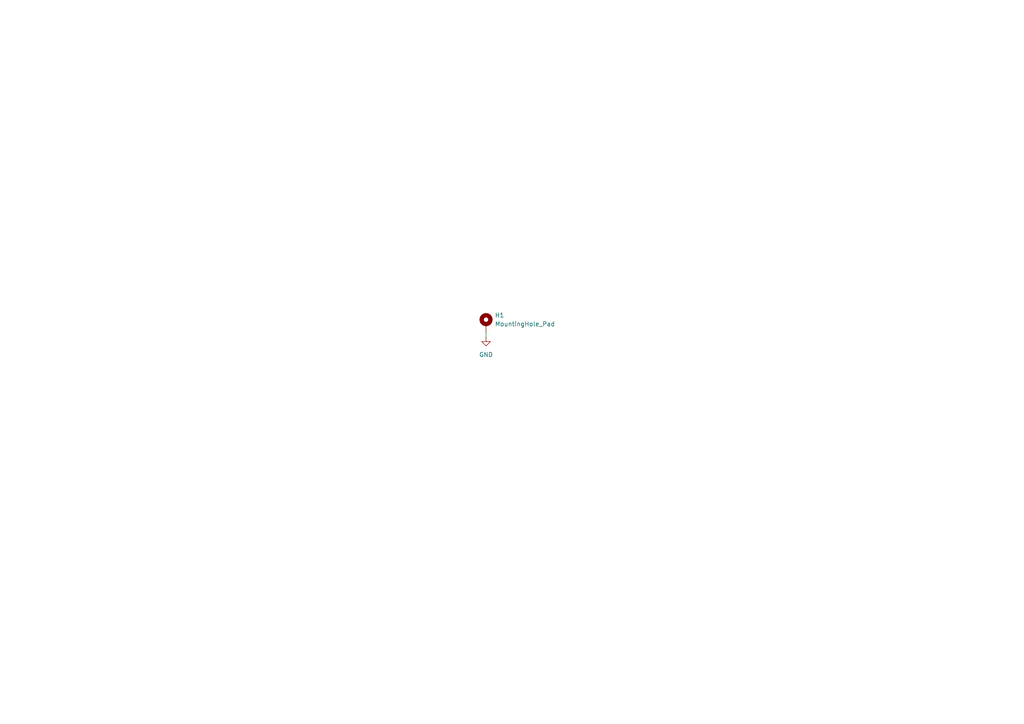
<source format=kicad_sch>
(kicad_sch (version 20250114) (generator "eeschema") (generator_version "9.0")
  (paper "A4")
  (lib_symbols
    (symbol "Mechanical:MountingHole_Pad" (pin_numbers (hide yes)) (pin_names (offset 1.016) (hide yes)) (in_bom no)
      (property "Reference" "H" (at 0 6.35 0))
      (property "Value" "MountingHole_Pad" (at 0 4.445 0))
      (symbol "MountingHole_Pad_0_1"
        (circle (center 0 1.27) (radius 1.27) (stroke (width 1.27)))
      )
      (symbol "MountingHole_Pad_1_1"
        (pin input line (at 0 -2.54 90) (length 2.54) (name "1") (number "1"))
      )
    )
    (symbol "power:GND" (power) (pin_numbers (hide yes)) (pin_names (offset 0) (hide yes))
      (property "Value" "GND" (at 0 -3.81 0))
      (symbol "GND_0_1"
        (polyline (pts (xy 0 0) (xy 0 -1.27) (xy 1.27 -1.27) (xy 0 -2.54) (xy -1.27 -1.27) (xy 0 -1.27)))
      )
      (symbol "GND_1_1"
        (pin power_in line (at 0 0 270) (length 0) (name "~") (number "1"))
      )
    )
  )
  (wire (pts (xy 140.97 96.52) (xy 140.97 97.79)))
  (symbol (lib_id "Mechanical:MountingHole_Pad") (at 140.97 93.98 0) (unit 1) (in_bom no)
    (property "Reference" "H1" (at 143.51 91.4399 0) (effects (justify left)))
    (property "Value" "MountingHole_Pad" (at 143.51 93.9799 0) (effects (justify left)))
    (property "Footprint" "MountingHole:MountingHole_4.5mm_Pad_TopOnly" (effects (hide yes)))
    (property "Description" "Mounting Hole with connection" (effects (hide yes)))
  )
  (symbol (lib_id "power:GND") (at 140.97 97.79 0) (unit 1)
    (property "Reference" "#PWR01" (effects (hide yes)))
    (property "Value" "GND" (at 140.97 102.87 0))
    (property "Description" "Power symbol creates a global label with name \"GND\" , ground" (effects (hide yes)))
  )
)
</source>
